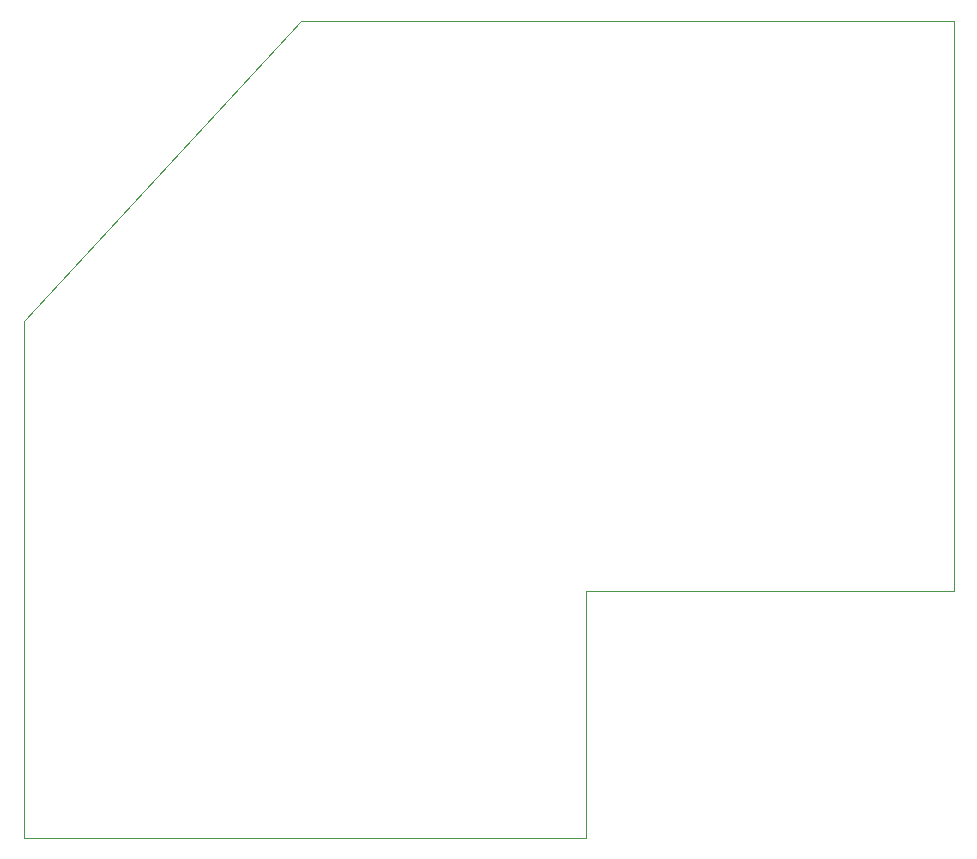
<source format=gbr>
G04 #@! TF.GenerationSoftware,KiCad,Pcbnew,5.1.7-a382d34a8~88~ubuntu18.04.1*
G04 #@! TF.CreationDate,2021-02-25T09:37:14-05:00*
G04 #@! TF.ProjectId,Dash_Right,44617368-5f52-4696-9768-742e6b696361,rev?*
G04 #@! TF.SameCoordinates,Original*
G04 #@! TF.FileFunction,Profile,NP*
%FSLAX46Y46*%
G04 Gerber Fmt 4.6, Leading zero omitted, Abs format (unit mm)*
G04 Created by KiCad (PCBNEW 5.1.7-a382d34a8~88~ubuntu18.04.1) date 2021-02-25 09:37:14*
%MOMM*%
%LPD*%
G01*
G04 APERTURE LIST*
G04 #@! TA.AperFunction,Profile*
%ADD10C,0.050000*%
G04 #@! TD*
G04 APERTURE END LIST*
D10*
X207264000Y-54229000D02*
X207264000Y-102489000D01*
X152019000Y-54229000D02*
X207264000Y-54229000D01*
X128524000Y-79629000D02*
X152019000Y-54229000D01*
X128524000Y-84074000D02*
X128524000Y-79629000D01*
X128524000Y-123444000D02*
X128524000Y-84074000D01*
X176149000Y-123444000D02*
X128524000Y-123444000D01*
X176149000Y-102489000D02*
X176149000Y-123444000D01*
X176149000Y-102489000D02*
X207264000Y-102489000D01*
M02*

</source>
